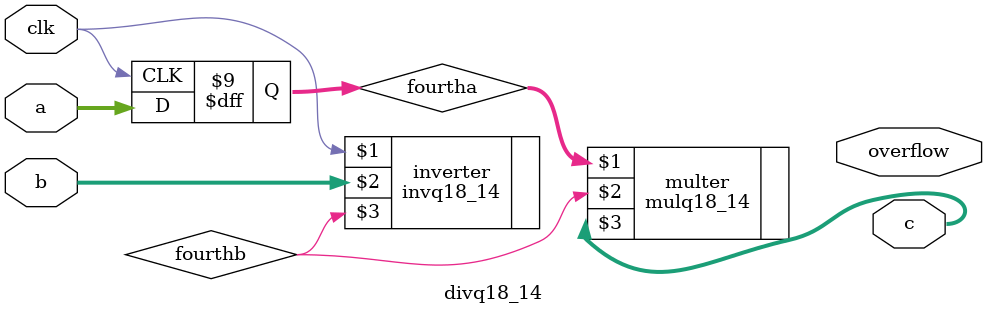
<source format=v>
`timescale 1ns / 1ps


module divq18_14(
        input wire clk,
        input wire signed [31:0] a,
        input wire signed [31:0] b,
        output wire signed [31:0] c,
        output wire overflow
    );

    wire fourthb;
    reg signed [31:0] firsta = 0;
    reg signed [31:0] seconda = 0;
    reg signed [31:0] thirda = 0;
    reg signed [31:0] fourtha = 0;
    invq18_14 inverter(clk, b, fourthb);

    mulq18_14 multer(fourtha, fourthb, c);

    always @(posedge clk) begin
        firsta = a;
        seconda = firsta;
        thirda = seconda;
        fourtha = thirda;
    end
endmodule

</source>
